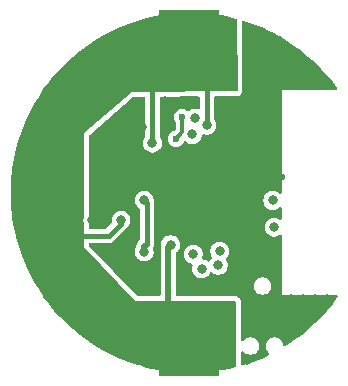
<source format=gbl>
G04 #@! TF.GenerationSoftware,KiCad,Pcbnew,9.0.0*
G04 #@! TF.CreationDate,2025-04-18T11:45:22+02:00*
G04 #@! TF.ProjectId,WakeBand,57616b65-4261-46e6-942e-6b696361645f,rev?*
G04 #@! TF.SameCoordinates,Original*
G04 #@! TF.FileFunction,Copper,L2,Bot*
G04 #@! TF.FilePolarity,Positive*
%FSLAX46Y46*%
G04 Gerber Fmt 4.6, Leading zero omitted, Abs format (unit mm)*
G04 Created by KiCad (PCBNEW 9.0.0) date 2025-04-18 11:45:22*
%MOMM*%
%LPD*%
G01*
G04 APERTURE LIST*
G04 #@! TA.AperFunction,Conductor*
%ADD10C,0.200000*%
G04 #@! TD*
G04 #@! TA.AperFunction,SMDPad,CuDef*
%ADD11R,5.200000X5.200000*%
G04 #@! TD*
G04 #@! TA.AperFunction,SMDPad,CuDef*
%ADD12R,4.000000X4.000000*%
G04 #@! TD*
G04 #@! TA.AperFunction,ViaPad*
%ADD13C,0.800000*%
G04 #@! TD*
G04 #@! TA.AperFunction,ViaPad*
%ADD14C,0.600000*%
G04 #@! TD*
G04 #@! TA.AperFunction,ViaPad*
%ADD15C,1.200000*%
G04 #@! TD*
G04 #@! TA.AperFunction,Conductor*
%ADD16C,0.300000*%
G04 #@! TD*
G04 #@! TA.AperFunction,Conductor*
%ADD17C,0.500000*%
G04 #@! TD*
G04 #@! TA.AperFunction,Conductor*
%ADD18C,0.400000*%
G04 #@! TD*
G04 APERTURE END LIST*
D10*
X249800000Y-111100000D02*
X243800000Y-111100000D01*
X243800000Y-105100000D01*
X249800000Y-105100000D01*
X249800000Y-111100000D01*
G04 #@! TA.AperFunction,Conductor*
G36*
X249800000Y-111100000D02*
G01*
X243800000Y-111100000D01*
X243800000Y-105100000D01*
X249800000Y-105100000D01*
X249800000Y-111100000D01*
G37*
G04 #@! TD.AperFunction*
D11*
X246690000Y-95170000D03*
X246690000Y-121070000D03*
D12*
X246690000Y-108120000D03*
D13*
X251950000Y-94500000D03*
X255300000Y-117100000D03*
X253800000Y-96050000D03*
X240600000Y-105890000D03*
X241250000Y-113200000D03*
X251770000Y-113410000D03*
D14*
X254490000Y-106790000D03*
D13*
X256300000Y-98900000D03*
D15*
X245270000Y-106730000D03*
X248300000Y-106700000D03*
D13*
X257300000Y-98900000D03*
D15*
X246820000Y-109490000D03*
D13*
X251530000Y-122220000D03*
X257300000Y-117100000D03*
D15*
X245310000Y-108150000D03*
X246780000Y-106690000D03*
X248350000Y-108150000D03*
X246800000Y-108100000D03*
D13*
X258300000Y-117100000D03*
X244600000Y-100360000D03*
X255100000Y-96150000D03*
X238420000Y-110410000D03*
D14*
X251370000Y-102870000D03*
D13*
X255300000Y-98900000D03*
D14*
X252450000Y-106010000D03*
D13*
X256300000Y-117100000D03*
D14*
X249460000Y-101240000D03*
D13*
X239690000Y-113180000D03*
X255300000Y-119780000D03*
X254300000Y-98900000D03*
X239510000Y-104430000D03*
D15*
X245330000Y-109470000D03*
D13*
X242650000Y-102550000D03*
X258300000Y-98900000D03*
D15*
X248230000Y-109500000D03*
D13*
X247020000Y-113290000D03*
X247130000Y-101770000D03*
X250090000Y-117940000D03*
D15*
X234200000Y-115100000D03*
X232750000Y-111650000D03*
D13*
X245090000Y-112490000D03*
X240900000Y-110400000D03*
X243560000Y-103880000D03*
X248160000Y-102370000D03*
X253740000Y-108740000D03*
D14*
X246090000Y-101680000D03*
X245550000Y-103500000D03*
D13*
X246930000Y-103150000D03*
X253850000Y-110990000D03*
X249140000Y-114230000D03*
X249250000Y-113030000D03*
X247720000Y-114510000D03*
X242860000Y-113100000D03*
X242850000Y-108700000D03*
D16*
X253710000Y-106010000D02*
X252450000Y-106010000D01*
D17*
X249460000Y-101240000D02*
X249460000Y-105270000D01*
X240600000Y-105890000D02*
X244590000Y-105890000D01*
D18*
X240600000Y-104600000D02*
X242650000Y-102550000D01*
D16*
X249720000Y-100980000D02*
X249460000Y-101240000D01*
D17*
X250360000Y-108100000D02*
X246800000Y-108100000D01*
X238420000Y-110410000D02*
X238420000Y-108070000D01*
X244650000Y-106380000D02*
X246860000Y-108590000D01*
X251140000Y-113410000D02*
X248170000Y-110440000D01*
X251770000Y-113410000D02*
X251140000Y-113410000D01*
D16*
X254490000Y-106790000D02*
X253710000Y-106010000D01*
D17*
X252450000Y-106010000D02*
X250360000Y-108100000D01*
D18*
X240600000Y-105890000D02*
X240600000Y-104600000D01*
D17*
X238420000Y-108070000D02*
X240600000Y-105890000D01*
D18*
X240900000Y-110700000D02*
X239860000Y-111740000D01*
D17*
X244910000Y-117380000D02*
X245470000Y-117940000D01*
X244910000Y-112670000D02*
X244910000Y-117380000D01*
D18*
X239860000Y-111740000D02*
X236780000Y-111740000D01*
X236780000Y-111740000D02*
X236770000Y-111730000D01*
D17*
X245090000Y-112490000D02*
X244910000Y-112670000D01*
X245470000Y-117940000D02*
X250090000Y-117940000D01*
D18*
X248160000Y-99260000D02*
X247820000Y-98920000D01*
X240900000Y-110400000D02*
X240900000Y-110700000D01*
X243560000Y-99180000D02*
X243550000Y-99170000D01*
X243560000Y-103880000D02*
X243560000Y-99180000D01*
X248160000Y-102370000D02*
X248160000Y-99260000D01*
D16*
X246090000Y-102960000D02*
X246090000Y-101680000D01*
X245550000Y-103500000D02*
X246090000Y-102960000D01*
D17*
X242850000Y-112630000D02*
X242860000Y-112640000D01*
X242860000Y-112640000D02*
X242860000Y-113100000D01*
D18*
X243090000Y-108940000D02*
X243090000Y-112390000D01*
D17*
X242850000Y-108700000D02*
X242760000Y-108610000D01*
D18*
X242850000Y-108700000D02*
X243090000Y-108940000D01*
X243090000Y-112390000D02*
X242850000Y-112630000D01*
G04 #@! TA.AperFunction,Conductor*
G36*
X251302136Y-93534822D02*
G01*
X251580600Y-93619293D01*
X251586364Y-93621198D01*
X252285349Y-93871299D01*
X252291012Y-93873483D01*
X252976919Y-94157595D01*
X252982462Y-94160051D01*
X253419111Y-94366571D01*
X253653608Y-94477480D01*
X253659044Y-94480217D01*
X254313763Y-94830171D01*
X254319053Y-94833167D01*
X254955857Y-95214854D01*
X254960951Y-95218080D01*
X255578249Y-95630544D01*
X255583225Y-95634048D01*
X256179536Y-96076303D01*
X256184334Y-96080048D01*
X256758207Y-96551014D01*
X256762815Y-96554989D01*
X257312896Y-97053552D01*
X257317304Y-97057749D01*
X257842250Y-97582695D01*
X257846447Y-97587103D01*
X258345010Y-98137184D01*
X258348985Y-98141792D01*
X258819951Y-98715665D01*
X258823696Y-98720463D01*
X259196611Y-99223280D01*
X259220735Y-99288852D01*
X259205579Y-99357058D01*
X259155954Y-99406242D01*
X259096436Y-99421145D01*
X254573252Y-99400108D01*
X254550000Y-99400000D01*
X254549999Y-99400000D01*
X254546818Y-100402212D01*
X254526921Y-100469188D01*
X254510501Y-100489498D01*
X254500000Y-100499999D01*
X254500000Y-108068559D01*
X254480315Y-108135598D01*
X254427511Y-108181353D01*
X254358353Y-108191297D01*
X254294797Y-108162272D01*
X254288319Y-108156240D01*
X254250292Y-108118213D01*
X254250288Y-108118210D01*
X254119185Y-108030609D01*
X254119172Y-108030602D01*
X253973501Y-107970264D01*
X253973489Y-107970261D01*
X253818845Y-107939500D01*
X253818842Y-107939500D01*
X253661158Y-107939500D01*
X253661155Y-107939500D01*
X253506510Y-107970261D01*
X253506498Y-107970264D01*
X253360827Y-108030602D01*
X253360814Y-108030609D01*
X253229711Y-108118210D01*
X253229707Y-108118213D01*
X253118213Y-108229707D01*
X253118210Y-108229711D01*
X253030609Y-108360814D01*
X253030602Y-108360827D01*
X252970264Y-108506498D01*
X252970261Y-108506510D01*
X252939500Y-108661153D01*
X252939500Y-108818846D01*
X252970261Y-108973489D01*
X252970264Y-108973501D01*
X253030602Y-109119172D01*
X253030609Y-109119185D01*
X253118210Y-109250288D01*
X253118213Y-109250292D01*
X253229707Y-109361786D01*
X253229711Y-109361789D01*
X253360814Y-109449390D01*
X253360827Y-109449397D01*
X253506498Y-109509735D01*
X253506503Y-109509737D01*
X253661153Y-109540499D01*
X253661156Y-109540500D01*
X253661158Y-109540500D01*
X253818844Y-109540500D01*
X253818845Y-109540499D01*
X253973497Y-109509737D01*
X254119179Y-109449394D01*
X254250289Y-109361789D01*
X254250292Y-109361786D01*
X254288319Y-109323760D01*
X254349642Y-109290275D01*
X254419334Y-109295259D01*
X254475267Y-109337131D01*
X254499684Y-109402595D01*
X254500000Y-109411441D01*
X254500000Y-110229574D01*
X254480315Y-110296613D01*
X254427511Y-110342368D01*
X254358353Y-110352312D01*
X254307110Y-110332677D01*
X254229183Y-110280608D01*
X254229172Y-110280602D01*
X254083501Y-110220264D01*
X254083489Y-110220261D01*
X253928845Y-110189500D01*
X253928842Y-110189500D01*
X253771158Y-110189500D01*
X253771155Y-110189500D01*
X253616510Y-110220261D01*
X253616498Y-110220264D01*
X253470827Y-110280602D01*
X253470814Y-110280609D01*
X253339711Y-110368210D01*
X253339707Y-110368213D01*
X253228213Y-110479707D01*
X253228210Y-110479711D01*
X253140609Y-110610814D01*
X253140602Y-110610827D01*
X253080264Y-110756498D01*
X253080261Y-110756510D01*
X253049500Y-110911153D01*
X253049500Y-111068846D01*
X253080261Y-111223489D01*
X253080264Y-111223501D01*
X253140602Y-111369172D01*
X253140609Y-111369185D01*
X253228210Y-111500288D01*
X253228213Y-111500292D01*
X253339707Y-111611786D01*
X253339711Y-111611789D01*
X253470814Y-111699390D01*
X253470827Y-111699397D01*
X253616498Y-111759735D01*
X253616503Y-111759737D01*
X253771153Y-111790499D01*
X253771156Y-111790500D01*
X253771158Y-111790500D01*
X253928844Y-111790500D01*
X253928845Y-111790499D01*
X254083497Y-111759737D01*
X254229179Y-111699394D01*
X254307109Y-111647323D01*
X254373786Y-111626445D01*
X254441166Y-111644929D01*
X254487857Y-111696908D01*
X254500000Y-111750425D01*
X254500000Y-116000000D01*
X254500000Y-116750000D01*
X259118412Y-116750000D01*
X259185451Y-116769685D01*
X259231206Y-116822489D01*
X259241150Y-116891647D01*
X259218010Y-116947867D01*
X258823696Y-117479536D01*
X258819951Y-117484334D01*
X258348985Y-118058207D01*
X258345010Y-118062815D01*
X257846447Y-118612896D01*
X257842250Y-118617304D01*
X257317304Y-119142250D01*
X257312896Y-119146447D01*
X256762815Y-119645010D01*
X256758207Y-119648985D01*
X256184334Y-120119951D01*
X256179536Y-120123696D01*
X255583225Y-120565951D01*
X255578249Y-120569455D01*
X254960975Y-120981904D01*
X254955838Y-120985156D01*
X254953523Y-120986545D01*
X254817087Y-121068321D01*
X254749466Y-121085901D01*
X254683074Y-121064133D01*
X254638991Y-121009925D01*
X254631723Y-120986159D01*
X254603140Y-120842458D01*
X254546920Y-120706731D01*
X254546919Y-120706730D01*
X254546916Y-120706724D01*
X254465301Y-120584580D01*
X254465298Y-120584576D01*
X254361423Y-120480701D01*
X254361419Y-120480698D01*
X254239275Y-120399083D01*
X254239266Y-120399078D01*
X254103544Y-120342861D01*
X254103545Y-120342861D01*
X254103542Y-120342860D01*
X254103538Y-120342859D01*
X254103534Y-120342858D01*
X253959459Y-120314200D01*
X253959455Y-120314200D01*
X253812545Y-120314200D01*
X253812540Y-120314200D01*
X253668465Y-120342858D01*
X253668455Y-120342861D01*
X253532733Y-120399078D01*
X253532724Y-120399083D01*
X253410580Y-120480698D01*
X253410576Y-120480701D01*
X253306701Y-120584576D01*
X253306698Y-120584580D01*
X253225083Y-120706724D01*
X253225078Y-120706733D01*
X253168861Y-120842455D01*
X253168858Y-120842465D01*
X253140200Y-120986540D01*
X253140200Y-121133459D01*
X253168858Y-121277534D01*
X253168861Y-121277544D01*
X253225078Y-121413266D01*
X253225083Y-121413275D01*
X253306698Y-121535419D01*
X253306701Y-121535423D01*
X253410574Y-121639296D01*
X253412386Y-121640783D01*
X253413080Y-121641802D01*
X253414887Y-121643609D01*
X253414544Y-121643951D01*
X253451724Y-121698526D01*
X253453599Y-121768371D01*
X253417415Y-121828141D01*
X253386744Y-121848736D01*
X252982472Y-122039943D01*
X252976908Y-122042409D01*
X252291020Y-122326513D01*
X252285341Y-122328703D01*
X251586372Y-122578798D01*
X251580593Y-122580708D01*
X251205495Y-122694493D01*
X251135628Y-122695116D01*
X251076516Y-122657868D01*
X251046925Y-122594574D01*
X251045500Y-122575832D01*
X251045500Y-121601173D01*
X251065185Y-121534134D01*
X251117989Y-121488379D01*
X251187147Y-121478435D01*
X251250703Y-121507460D01*
X251272603Y-121532283D01*
X251274700Y-121535422D01*
X251378576Y-121639298D01*
X251378580Y-121639301D01*
X251500724Y-121720916D01*
X251500730Y-121720919D01*
X251500731Y-121720920D01*
X251636458Y-121777140D01*
X251780540Y-121805799D01*
X251780544Y-121805800D01*
X251780545Y-121805800D01*
X251927456Y-121805800D01*
X251927457Y-121805799D01*
X252071542Y-121777140D01*
X252207269Y-121720920D01*
X252329420Y-121639301D01*
X252433301Y-121535420D01*
X252514920Y-121413269D01*
X252571140Y-121277542D01*
X252599800Y-121133455D01*
X252599800Y-120986545D01*
X252571140Y-120842458D01*
X252514920Y-120706731D01*
X252514919Y-120706730D01*
X252514916Y-120706724D01*
X252433301Y-120584580D01*
X252433298Y-120584576D01*
X252329423Y-120480701D01*
X252329419Y-120480698D01*
X252207275Y-120399083D01*
X252207266Y-120399078D01*
X252071544Y-120342861D01*
X252071545Y-120342861D01*
X252071542Y-120342860D01*
X252071538Y-120342859D01*
X252071534Y-120342858D01*
X251927459Y-120314200D01*
X251927455Y-120314200D01*
X251780545Y-120314200D01*
X251780540Y-120314200D01*
X251636465Y-120342858D01*
X251636455Y-120342861D01*
X251500733Y-120399078D01*
X251500724Y-120399083D01*
X251378580Y-120480698D01*
X251378576Y-120480701D01*
X251274701Y-120584576D01*
X251274698Y-120584580D01*
X251272599Y-120587722D01*
X251271075Y-120588995D01*
X251270835Y-120589288D01*
X251270779Y-120589242D01*
X251218984Y-120632524D01*
X251149659Y-120641228D01*
X251086633Y-120611070D01*
X251049917Y-120551626D01*
X251045500Y-120518826D01*
X251045500Y-117347486D01*
X251036101Y-117260688D01*
X251024738Y-117208833D01*
X251001669Y-117136642D01*
X250934281Y-117029150D01*
X250888365Y-116976486D01*
X250810581Y-116907542D01*
X250753696Y-116880787D01*
X250695780Y-116853547D01*
X250695772Y-116853544D01*
X250628679Y-116834066D01*
X250628682Y-116834066D01*
X250514380Y-116817988D01*
X245684878Y-116832711D01*
X245617779Y-116813231D01*
X245571863Y-116760567D01*
X245560500Y-116708712D01*
X245560500Y-115906540D01*
X252124200Y-115906540D01*
X252124200Y-116053459D01*
X252152858Y-116197534D01*
X252152861Y-116197544D01*
X252209078Y-116333266D01*
X252209083Y-116333275D01*
X252290698Y-116455419D01*
X252290701Y-116455423D01*
X252394576Y-116559298D01*
X252394580Y-116559301D01*
X252516724Y-116640916D01*
X252516730Y-116640919D01*
X252516731Y-116640920D01*
X252652458Y-116697140D01*
X252796540Y-116725799D01*
X252796544Y-116725800D01*
X252796545Y-116725800D01*
X252943456Y-116725800D01*
X252943457Y-116725799D01*
X253087542Y-116697140D01*
X253223269Y-116640920D01*
X253345420Y-116559301D01*
X253449301Y-116455420D01*
X253530920Y-116333269D01*
X253587140Y-116197542D01*
X253615800Y-116053455D01*
X253615800Y-115906545D01*
X253587140Y-115762458D01*
X253530920Y-115626731D01*
X253530919Y-115626730D01*
X253530916Y-115626724D01*
X253449301Y-115504580D01*
X253449298Y-115504576D01*
X253345423Y-115400701D01*
X253345419Y-115400698D01*
X253223275Y-115319083D01*
X253223266Y-115319078D01*
X253087544Y-115262861D01*
X253087545Y-115262861D01*
X253087542Y-115262860D01*
X253087538Y-115262859D01*
X253087534Y-115262858D01*
X252943459Y-115234200D01*
X252943455Y-115234200D01*
X252796545Y-115234200D01*
X252796540Y-115234200D01*
X252652465Y-115262858D01*
X252652455Y-115262861D01*
X252516733Y-115319078D01*
X252516724Y-115319083D01*
X252394580Y-115400698D01*
X252394576Y-115400701D01*
X252290701Y-115504576D01*
X252290698Y-115504580D01*
X252209083Y-115626724D01*
X252209078Y-115626733D01*
X252152861Y-115762455D01*
X252152858Y-115762465D01*
X252124200Y-115906540D01*
X245560500Y-115906540D01*
X245560500Y-113211153D01*
X246219500Y-113211153D01*
X246219500Y-113368846D01*
X246250261Y-113523489D01*
X246250264Y-113523501D01*
X246310602Y-113669172D01*
X246310609Y-113669185D01*
X246398210Y-113800288D01*
X246398213Y-113800292D01*
X246509707Y-113911786D01*
X246509711Y-113911789D01*
X246640814Y-113999390D01*
X246640827Y-113999397D01*
X246786498Y-114059735D01*
X246786503Y-114059737D01*
X246825187Y-114067431D01*
X246872558Y-114076855D01*
X246934469Y-114109240D01*
X246969043Y-114169956D01*
X246965304Y-114239725D01*
X246962929Y-114245922D01*
X246950264Y-114276498D01*
X246950261Y-114276510D01*
X246919500Y-114431153D01*
X246919500Y-114588846D01*
X246950261Y-114743489D01*
X246950264Y-114743501D01*
X247010602Y-114889172D01*
X247010609Y-114889185D01*
X247098210Y-115020288D01*
X247098213Y-115020292D01*
X247209707Y-115131786D01*
X247209711Y-115131789D01*
X247340814Y-115219390D01*
X247340827Y-115219397D01*
X247445753Y-115262858D01*
X247486503Y-115279737D01*
X247641153Y-115310499D01*
X247641156Y-115310500D01*
X247641158Y-115310500D01*
X247798844Y-115310500D01*
X247798845Y-115310499D01*
X247953497Y-115279737D01*
X248099179Y-115219394D01*
X248230289Y-115131789D01*
X248341789Y-115020289D01*
X248429394Y-114889179D01*
X248429396Y-114889172D01*
X248432264Y-114883809D01*
X248434213Y-114884851D01*
X248471796Y-114838174D01*
X248538081Y-114816081D01*
X248605787Y-114833331D01*
X248624837Y-114848123D01*
X248625001Y-114847924D01*
X248629711Y-114851789D01*
X248760814Y-114939390D01*
X248760827Y-114939397D01*
X248906498Y-114999735D01*
X248906503Y-114999737D01*
X249061153Y-115030499D01*
X249061156Y-115030500D01*
X249061158Y-115030500D01*
X249218844Y-115030500D01*
X249218845Y-115030499D01*
X249373497Y-114999737D01*
X249519179Y-114939394D01*
X249650289Y-114851789D01*
X249761789Y-114740289D01*
X249849394Y-114609179D01*
X249909737Y-114463497D01*
X249940500Y-114308842D01*
X249940500Y-114151158D01*
X249940500Y-114151155D01*
X249940499Y-114151153D01*
X249922315Y-114059737D01*
X249909737Y-113996503D01*
X249890573Y-113950236D01*
X249849397Y-113850827D01*
X249849390Y-113850814D01*
X249790520Y-113762709D01*
X249769642Y-113696031D01*
X249788127Y-113628651D01*
X249805937Y-113606140D01*
X249871789Y-113540289D01*
X249959394Y-113409179D01*
X250019737Y-113263497D01*
X250050500Y-113108842D01*
X250050500Y-112951158D01*
X250050500Y-112951155D01*
X250050499Y-112951153D01*
X250019738Y-112796510D01*
X250019737Y-112796503D01*
X250012780Y-112779707D01*
X249959397Y-112650827D01*
X249959390Y-112650814D01*
X249871789Y-112519711D01*
X249871786Y-112519707D01*
X249760292Y-112408213D01*
X249760288Y-112408210D01*
X249629185Y-112320609D01*
X249629172Y-112320602D01*
X249483501Y-112260264D01*
X249483489Y-112260261D01*
X249328845Y-112229500D01*
X249328842Y-112229500D01*
X249171158Y-112229500D01*
X249171155Y-112229500D01*
X249016510Y-112260261D01*
X249016498Y-112260264D01*
X248870827Y-112320602D01*
X248870814Y-112320609D01*
X248739711Y-112408210D01*
X248739707Y-112408213D01*
X248628213Y-112519707D01*
X248628210Y-112519711D01*
X248540609Y-112650814D01*
X248540602Y-112650827D01*
X248480264Y-112796498D01*
X248480261Y-112796510D01*
X248449500Y-112951153D01*
X248449500Y-113108846D01*
X248480261Y-113263489D01*
X248480264Y-113263501D01*
X248540602Y-113409172D01*
X248540609Y-113409185D01*
X248599479Y-113497290D01*
X248620357Y-113563968D01*
X248601872Y-113631348D01*
X248584059Y-113653862D01*
X248518210Y-113719711D01*
X248430609Y-113850814D01*
X248427736Y-113856191D01*
X248425797Y-113855154D01*
X248388149Y-113901863D01*
X248321852Y-113923920D01*
X248254155Y-113906634D01*
X248235161Y-113891877D01*
X248234999Y-113892076D01*
X248230288Y-113888210D01*
X248099185Y-113800609D01*
X248099172Y-113800602D01*
X247953501Y-113740264D01*
X247953491Y-113740261D01*
X247867440Y-113723144D01*
X247805529Y-113690758D01*
X247770955Y-113630042D01*
X247774696Y-113560273D01*
X247777057Y-113554108D01*
X247789737Y-113523497D01*
X247820500Y-113368842D01*
X247820500Y-113211158D01*
X247820500Y-113211155D01*
X247820499Y-113211153D01*
X247806022Y-113138375D01*
X247789737Y-113056503D01*
X247775097Y-113021158D01*
X247729397Y-112910827D01*
X247729390Y-112910814D01*
X247641789Y-112779711D01*
X247641786Y-112779707D01*
X247530292Y-112668213D01*
X247530288Y-112668210D01*
X247399185Y-112580609D01*
X247399172Y-112580602D01*
X247253501Y-112520264D01*
X247253489Y-112520261D01*
X247098845Y-112489500D01*
X247098842Y-112489500D01*
X246941158Y-112489500D01*
X246941155Y-112489500D01*
X246786510Y-112520261D01*
X246786498Y-112520264D01*
X246640827Y-112580602D01*
X246640814Y-112580609D01*
X246509711Y-112668210D01*
X246509707Y-112668213D01*
X246398213Y-112779707D01*
X246398210Y-112779711D01*
X246310609Y-112910814D01*
X246310602Y-112910827D01*
X246250264Y-113056498D01*
X246250261Y-113056510D01*
X246219500Y-113211153D01*
X245560500Y-113211153D01*
X245560500Y-113202941D01*
X245580185Y-113135902D01*
X245596819Y-113115260D01*
X245711786Y-113000292D01*
X245711789Y-113000289D01*
X245799394Y-112869179D01*
X245800503Y-112866503D01*
X245813067Y-112836166D01*
X245859737Y-112723497D01*
X245890500Y-112568842D01*
X245890500Y-112411158D01*
X245890500Y-112411155D01*
X245890499Y-112411153D01*
X245887646Y-112396809D01*
X245859737Y-112256503D01*
X245848552Y-112229500D01*
X245799397Y-112110827D01*
X245799390Y-112110814D01*
X245711789Y-111979711D01*
X245711786Y-111979707D01*
X245600292Y-111868213D01*
X245600288Y-111868210D01*
X245469185Y-111780609D01*
X245469172Y-111780602D01*
X245323501Y-111720264D01*
X245323489Y-111720261D01*
X245168845Y-111689500D01*
X245168842Y-111689500D01*
X245011158Y-111689500D01*
X245011155Y-111689500D01*
X244856510Y-111720261D01*
X244856498Y-111720264D01*
X244710827Y-111780602D01*
X244710814Y-111780609D01*
X244579711Y-111868210D01*
X244579707Y-111868213D01*
X244468213Y-111979707D01*
X244468210Y-111979711D01*
X244380609Y-112110814D01*
X244380602Y-112110827D01*
X244320264Y-112256498D01*
X244320261Y-112256510D01*
X244289500Y-112411153D01*
X244289500Y-112445375D01*
X244285226Y-112474190D01*
X244285687Y-112474282D01*
X244259500Y-112605928D01*
X244259500Y-116713435D01*
X244239815Y-116780474D01*
X244187011Y-116826229D01*
X244135878Y-116837434D01*
X242329267Y-116842943D01*
X242262168Y-116823463D01*
X242239406Y-116804785D01*
X238181334Y-112574311D01*
X238167588Y-112547844D01*
X238151628Y-112522664D01*
X238150590Y-112515113D01*
X238149133Y-112512307D01*
X238146823Y-112487708D01*
X238146973Y-112463724D01*
X238167077Y-112396809D01*
X238220166Y-112351386D01*
X238270971Y-112340500D01*
X239773331Y-112340500D01*
X239773347Y-112340501D01*
X239780943Y-112340501D01*
X239939054Y-112340501D01*
X239939057Y-112340501D01*
X240091785Y-112299577D01*
X240166391Y-112256503D01*
X240228716Y-112220520D01*
X240340520Y-112108716D01*
X240340520Y-112108714D01*
X240350724Y-112098511D01*
X240350728Y-112098506D01*
X241268713Y-111180521D01*
X241268716Y-111180520D01*
X241380520Y-111068716D01*
X241402329Y-111030938D01*
X241411081Y-111021231D01*
X241412687Y-111020242D01*
X241415497Y-111016580D01*
X241521789Y-110910289D01*
X241609394Y-110779179D01*
X241669737Y-110633497D01*
X241700500Y-110478842D01*
X241700500Y-110321158D01*
X241700500Y-110321155D01*
X241700499Y-110321153D01*
X241684265Y-110239540D01*
X241669737Y-110166503D01*
X241637980Y-110089834D01*
X241609397Y-110020827D01*
X241609390Y-110020814D01*
X241521789Y-109889711D01*
X241521786Y-109889707D01*
X241410292Y-109778213D01*
X241410288Y-109778210D01*
X241279185Y-109690609D01*
X241279172Y-109690602D01*
X241133501Y-109630264D01*
X241133489Y-109630261D01*
X240978845Y-109599500D01*
X240978842Y-109599500D01*
X240821158Y-109599500D01*
X240821155Y-109599500D01*
X240666510Y-109630261D01*
X240666498Y-109630264D01*
X240520827Y-109690602D01*
X240520814Y-109690609D01*
X240389711Y-109778210D01*
X240389707Y-109778213D01*
X240278213Y-109889707D01*
X240278210Y-109889711D01*
X240190609Y-110020814D01*
X240190602Y-110020827D01*
X240130264Y-110166498D01*
X240130261Y-110166510D01*
X240099500Y-110321153D01*
X240099500Y-110321158D01*
X240099500Y-110478842D01*
X240099501Y-110478846D01*
X240115176Y-110557653D01*
X240108947Y-110627244D01*
X240081239Y-110669524D01*
X239647584Y-111103181D01*
X239586261Y-111136666D01*
X239559903Y-111139500D01*
X238279961Y-111139500D01*
X238212922Y-111119815D01*
X238167167Y-111067011D01*
X238155963Y-111014731D01*
X238156605Y-110911158D01*
X238158184Y-110656693D01*
X238153990Y-110595950D01*
X238148658Y-110559202D01*
X238143348Y-110535369D01*
X238144128Y-110535214D01*
X238127251Y-110450373D01*
X238127119Y-110449667D01*
X238127184Y-110449018D01*
X238125000Y-110426843D01*
X238125000Y-110393156D01*
X238127383Y-110368965D01*
X238130696Y-110352312D01*
X238144128Y-110284782D01*
X238144127Y-110284781D01*
X238146735Y-110271675D01*
X238146809Y-110271304D01*
X238147112Y-110269804D01*
X238153230Y-110239528D01*
X238155218Y-110220263D01*
X238161255Y-110161737D01*
X238161255Y-110161736D01*
X238161256Y-110161727D01*
X238170815Y-108621153D01*
X242049500Y-108621153D01*
X242049500Y-108778846D01*
X242080261Y-108933489D01*
X242080264Y-108933501D01*
X242140602Y-109079172D01*
X242140609Y-109079185D01*
X242228210Y-109210288D01*
X242228213Y-109210292D01*
X242339707Y-109321786D01*
X242339715Y-109321792D01*
X242434390Y-109385052D01*
X242479196Y-109438664D01*
X242489500Y-109488154D01*
X242489500Y-112022248D01*
X242469815Y-112089287D01*
X242439477Y-112120175D01*
X242440039Y-112120859D01*
X242435327Y-112124725D01*
X242344726Y-112215326D01*
X242273534Y-112321874D01*
X242224499Y-112440255D01*
X242224497Y-112440263D01*
X242199501Y-112565926D01*
X242199501Y-112610029D01*
X242179816Y-112677068D01*
X242178604Y-112678919D01*
X242150608Y-112720817D01*
X242150602Y-112720828D01*
X242090264Y-112866498D01*
X242090261Y-112866510D01*
X242059500Y-113021153D01*
X242059500Y-113178846D01*
X242090261Y-113333489D01*
X242090264Y-113333501D01*
X242150602Y-113479172D01*
X242150609Y-113479185D01*
X242238210Y-113610288D01*
X242238213Y-113610292D01*
X242349707Y-113721786D01*
X242349711Y-113721789D01*
X242480814Y-113809390D01*
X242480827Y-113809397D01*
X242626498Y-113869735D01*
X242626503Y-113869737D01*
X242781153Y-113900499D01*
X242781156Y-113900500D01*
X242781158Y-113900500D01*
X242938844Y-113900500D01*
X242938845Y-113900499D01*
X243093497Y-113869737D01*
X243239179Y-113809394D01*
X243370289Y-113721789D01*
X243481789Y-113610289D01*
X243569394Y-113479179D01*
X243629737Y-113333497D01*
X243660500Y-113178842D01*
X243660500Y-113021158D01*
X243660500Y-113021155D01*
X243660499Y-113021153D01*
X243646575Y-112951153D01*
X243629737Y-112866503D01*
X243602403Y-112800515D01*
X243594935Y-112731048D01*
X243609579Y-112691062D01*
X243632999Y-112650499D01*
X243635717Y-112645790D01*
X243649577Y-112621785D01*
X243690500Y-112469058D01*
X243690500Y-112310943D01*
X243690500Y-108860943D01*
X243654725Y-108727428D01*
X243650500Y-108695335D01*
X243650500Y-108621155D01*
X243650499Y-108621153D01*
X243627695Y-108506510D01*
X243619737Y-108466503D01*
X243575965Y-108360827D01*
X243559397Y-108320827D01*
X243559390Y-108320814D01*
X243471789Y-108189711D01*
X243471786Y-108189707D01*
X243360292Y-108078213D01*
X243360288Y-108078210D01*
X243229185Y-107990609D01*
X243229172Y-107990602D01*
X243083501Y-107930264D01*
X243083489Y-107930261D01*
X242928845Y-107899500D01*
X242928842Y-107899500D01*
X242771158Y-107899500D01*
X242771155Y-107899500D01*
X242616510Y-107930261D01*
X242616498Y-107930264D01*
X242470827Y-107990602D01*
X242470814Y-107990609D01*
X242339711Y-108078210D01*
X242339707Y-108078213D01*
X242228213Y-108189707D01*
X242228210Y-108189711D01*
X242140609Y-108320814D01*
X242140602Y-108320827D01*
X242080264Y-108466498D01*
X242080261Y-108466510D01*
X242049500Y-108621153D01*
X238170815Y-108621153D01*
X238204002Y-103272493D01*
X238224103Y-103205579D01*
X238246839Y-103179515D01*
X241937466Y-99984643D01*
X242001032Y-99955651D01*
X242017913Y-99954400D01*
X242834809Y-99949835D01*
X242901956Y-99969145D01*
X242948005Y-100021692D01*
X242959500Y-100073833D01*
X242959500Y-103300234D01*
X242939815Y-103367273D01*
X242938602Y-103369125D01*
X242850609Y-103500814D01*
X242850602Y-103500827D01*
X242790264Y-103646498D01*
X242790261Y-103646510D01*
X242759500Y-103801153D01*
X242759500Y-103958846D01*
X242790261Y-104113489D01*
X242790264Y-104113501D01*
X242850602Y-104259172D01*
X242850609Y-104259185D01*
X242938210Y-104390288D01*
X242938213Y-104390292D01*
X243049707Y-104501786D01*
X243049711Y-104501789D01*
X243180814Y-104589390D01*
X243180827Y-104589397D01*
X243326498Y-104649735D01*
X243326503Y-104649737D01*
X243481153Y-104680499D01*
X243481156Y-104680500D01*
X243481158Y-104680500D01*
X243638844Y-104680500D01*
X243638845Y-104680499D01*
X243793497Y-104649737D01*
X243939179Y-104589394D01*
X244070289Y-104501789D01*
X244181789Y-104390289D01*
X244269394Y-104259179D01*
X244329737Y-104113497D01*
X244360500Y-103958842D01*
X244360500Y-103801158D01*
X244360500Y-103801155D01*
X244360499Y-103801153D01*
X244354658Y-103771789D01*
X244329737Y-103646503D01*
X244329735Y-103646498D01*
X244269397Y-103500827D01*
X244269390Y-103500814D01*
X244181398Y-103369125D01*
X244160520Y-103302447D01*
X244160500Y-103300234D01*
X244160500Y-100065739D01*
X244180185Y-99998700D01*
X244232989Y-99952945D01*
X244283806Y-99941741D01*
X247434809Y-99924137D01*
X247501956Y-99943447D01*
X247548005Y-99995994D01*
X247559500Y-100048135D01*
X247559500Y-100895871D01*
X247539815Y-100962910D01*
X247487011Y-101008665D01*
X247417853Y-101018609D01*
X247388048Y-101010432D01*
X247363501Y-101000264D01*
X247363489Y-101000261D01*
X247208845Y-100969500D01*
X247208842Y-100969500D01*
X247051158Y-100969500D01*
X247051155Y-100969500D01*
X246896510Y-101000261D01*
X246896498Y-101000264D01*
X246750827Y-101060602D01*
X246750809Y-101060612D01*
X246656239Y-101123802D01*
X246589562Y-101144680D01*
X246522182Y-101126195D01*
X246518458Y-101123802D01*
X246421817Y-101059228D01*
X246421804Y-101059221D01*
X246294332Y-101006421D01*
X246294322Y-101006418D01*
X246158995Y-100979500D01*
X246158993Y-100979500D01*
X246021007Y-100979500D01*
X246021005Y-100979500D01*
X245885677Y-101006418D01*
X245885667Y-101006421D01*
X245758195Y-101059221D01*
X245758182Y-101059228D01*
X245643458Y-101135885D01*
X245643454Y-101135888D01*
X245545888Y-101233454D01*
X245545885Y-101233458D01*
X245469228Y-101348182D01*
X245469221Y-101348195D01*
X245416421Y-101475667D01*
X245416418Y-101475677D01*
X245389500Y-101611004D01*
X245389500Y-101611007D01*
X245389500Y-101748993D01*
X245389500Y-101748995D01*
X245389499Y-101748995D01*
X245416418Y-101884322D01*
X245416421Y-101884332D01*
X245469222Y-102011806D01*
X245469223Y-102011807D01*
X245469225Y-102011811D01*
X245518602Y-102085708D01*
X245539480Y-102152385D01*
X245539500Y-102154599D01*
X245539500Y-102680611D01*
X245530855Y-102710051D01*
X245524328Y-102740046D01*
X245520576Y-102745056D01*
X245519815Y-102747650D01*
X245503175Y-102768299D01*
X245496322Y-102775151D01*
X245434996Y-102808631D01*
X245432840Y-102809080D01*
X245345676Y-102826419D01*
X245345667Y-102826421D01*
X245218195Y-102879221D01*
X245218182Y-102879228D01*
X245103458Y-102955885D01*
X245103454Y-102955888D01*
X245005888Y-103053454D01*
X245005885Y-103053458D01*
X244929228Y-103168182D01*
X244929221Y-103168195D01*
X244876421Y-103295667D01*
X244876418Y-103295677D01*
X244849500Y-103431004D01*
X244849500Y-103431007D01*
X244849500Y-103568993D01*
X244849500Y-103568995D01*
X244849499Y-103568995D01*
X244876418Y-103704322D01*
X244876421Y-103704332D01*
X244929221Y-103831804D01*
X244929228Y-103831817D01*
X245005885Y-103946541D01*
X245005888Y-103946545D01*
X245103454Y-104044111D01*
X245103458Y-104044114D01*
X245218182Y-104120771D01*
X245218195Y-104120778D01*
X245345667Y-104173578D01*
X245345672Y-104173580D01*
X245345676Y-104173580D01*
X245345677Y-104173581D01*
X245481004Y-104200500D01*
X245481007Y-104200500D01*
X245618995Y-104200500D01*
X245710041Y-104182389D01*
X245754328Y-104173580D01*
X245881811Y-104120775D01*
X245996542Y-104044114D01*
X246094114Y-103946542D01*
X246170775Y-103831811D01*
X246190248Y-103784796D01*
X246234087Y-103730395D01*
X246300381Y-103708329D01*
X246368081Y-103725607D01*
X246392490Y-103744569D01*
X246419707Y-103771786D01*
X246419711Y-103771789D01*
X246550814Y-103859390D01*
X246550827Y-103859397D01*
X246696498Y-103919735D01*
X246696503Y-103919737D01*
X246831255Y-103946541D01*
X246851153Y-103950499D01*
X246851156Y-103950500D01*
X246851158Y-103950500D01*
X247008844Y-103950500D01*
X247008845Y-103950499D01*
X247163497Y-103919737D01*
X247309179Y-103859394D01*
X247440289Y-103771789D01*
X247551789Y-103660289D01*
X247639394Y-103529179D01*
X247699737Y-103383497D01*
X247721817Y-103272495D01*
X247731689Y-103222868D01*
X247733606Y-103223249D01*
X247756385Y-103166831D01*
X247813418Y-103126469D01*
X247883218Y-103123350D01*
X247901084Y-103129208D01*
X247926497Y-103139735D01*
X247926499Y-103139735D01*
X247926503Y-103139737D01*
X248062713Y-103166831D01*
X248081153Y-103170499D01*
X248081156Y-103170500D01*
X248081158Y-103170500D01*
X248238844Y-103170500D01*
X248238845Y-103170499D01*
X248393497Y-103139737D01*
X248539179Y-103079394D01*
X248670289Y-102991789D01*
X248781789Y-102880289D01*
X248869394Y-102749179D01*
X248929737Y-102603497D01*
X248960500Y-102448842D01*
X248960500Y-102291158D01*
X248960500Y-102291155D01*
X248960499Y-102291153D01*
X248952266Y-102249764D01*
X248929737Y-102136503D01*
X248908697Y-102085708D01*
X248869397Y-101990827D01*
X248869390Y-101990814D01*
X248781398Y-101859125D01*
X248760520Y-101792447D01*
X248760500Y-101790234D01*
X248760500Y-100040041D01*
X248780185Y-99973002D01*
X248832989Y-99927247D01*
X248883806Y-99916043D01*
X250648252Y-99906186D01*
X250734416Y-99896433D01*
X250785877Y-99884934D01*
X250857428Y-99861801D01*
X250964740Y-99794128D01*
X251017282Y-99748072D01*
X251086019Y-99670106D01*
X251139710Y-99555159D01*
X251159012Y-99488008D01*
X251174785Y-99373672D01*
X251142146Y-93654189D01*
X251161448Y-93587041D01*
X251213990Y-93540985D01*
X251283090Y-93530647D01*
X251302136Y-93534822D01*
G37*
G04 #@! TD.AperFunction*
G04 #@! TA.AperFunction,Conductor*
G36*
X247177273Y-92855241D02*
G01*
X247918821Y-92891671D01*
X247924823Y-92892114D01*
X248663685Y-92964885D01*
X248669697Y-92965627D01*
X249380649Y-93071087D01*
X249404083Y-93074564D01*
X249410081Y-93075605D01*
X250138203Y-93220437D01*
X250144107Y-93221762D01*
X250641701Y-93346403D01*
X250701946Y-93381786D01*
X250733499Y-93444125D01*
X250735567Y-93465978D01*
X250769292Y-99375986D01*
X250749990Y-99443137D01*
X250697448Y-99489193D01*
X250645987Y-99500692D01*
X241880452Y-99549662D01*
X241820000Y-99550000D01*
X237800000Y-103030000D01*
X237755764Y-110159211D01*
X237747590Y-110199662D01*
X237748188Y-110199844D01*
X237746419Y-110205674D01*
X237719500Y-110341004D01*
X237719500Y-110341007D01*
X237719500Y-110478993D01*
X237719500Y-110478995D01*
X237719499Y-110478995D01*
X237746420Y-110614328D01*
X237747360Y-110617429D01*
X237752692Y-110654177D01*
X237740000Y-112699999D01*
X237740000Y-112700000D01*
X242103745Y-117249133D01*
X242103745Y-117249132D01*
X242103746Y-117249133D01*
X242230815Y-117248745D01*
X250515622Y-117223487D01*
X250582721Y-117242967D01*
X250628637Y-117295631D01*
X250640000Y-117347486D01*
X250640000Y-122757251D01*
X250620315Y-122824290D01*
X250567511Y-122870045D01*
X250546130Y-122877535D01*
X250144124Y-122978233D01*
X250138185Y-122979566D01*
X249410079Y-123124394D01*
X249404083Y-123125435D01*
X248669711Y-123234370D01*
X248663670Y-123235115D01*
X247924857Y-123307882D01*
X247918787Y-123308330D01*
X247177274Y-123344758D01*
X247171190Y-123344907D01*
X246428810Y-123344907D01*
X246422726Y-123344758D01*
X245681212Y-123308330D01*
X245675142Y-123307882D01*
X244936329Y-123235115D01*
X244930288Y-123234370D01*
X244195916Y-123125435D01*
X244189920Y-123124394D01*
X243461814Y-122979566D01*
X243455875Y-122978233D01*
X242735717Y-122797842D01*
X242729852Y-122796219D01*
X242019406Y-122580708D01*
X242013627Y-122578798D01*
X241314658Y-122328703D01*
X241308979Y-122326513D01*
X240623091Y-122042409D01*
X240617527Y-122039943D01*
X239946391Y-121722519D01*
X239940955Y-121719782D01*
X239286236Y-121369828D01*
X239280940Y-121366828D01*
X239062220Y-121235732D01*
X238644153Y-120985152D01*
X238639037Y-120981912D01*
X238021750Y-120569455D01*
X238016774Y-120565951D01*
X237420463Y-120123696D01*
X237415665Y-120119951D01*
X236841792Y-119648985D01*
X236837184Y-119645010D01*
X236287103Y-119146447D01*
X236282695Y-119142250D01*
X235757749Y-118617304D01*
X235753552Y-118612896D01*
X235254989Y-118062815D01*
X235251014Y-118058207D01*
X234780048Y-117484334D01*
X234776303Y-117479536D01*
X234334048Y-116883225D01*
X234330544Y-116878249D01*
X234275987Y-116796598D01*
X233918080Y-116260951D01*
X233914854Y-116255857D01*
X233533167Y-115619053D01*
X233530171Y-115613763D01*
X233180217Y-114959044D01*
X233177480Y-114953608D01*
X233166551Y-114930500D01*
X232860051Y-114282462D01*
X232857590Y-114276908D01*
X232816699Y-114178189D01*
X232573483Y-113591012D01*
X232571296Y-113585341D01*
X232499372Y-113384328D01*
X232321198Y-112886364D01*
X232319291Y-112880593D01*
X232309461Y-112848189D01*
X232103779Y-112170145D01*
X232102157Y-112164282D01*
X232097261Y-112144737D01*
X231921762Y-111444107D01*
X231920433Y-111438185D01*
X231918418Y-111428056D01*
X231775605Y-110710079D01*
X231774564Y-110704083D01*
X231700631Y-110205672D01*
X231665627Y-109969697D01*
X231664884Y-109963670D01*
X231592114Y-109224823D01*
X231591671Y-109218821D01*
X231555242Y-108477273D01*
X231555093Y-108471189D01*
X231555093Y-107728810D01*
X231555242Y-107722726D01*
X231567364Y-107475975D01*
X231591671Y-106981175D01*
X231592114Y-106975179D01*
X231664886Y-106236309D01*
X231665629Y-106230288D01*
X231666787Y-106222485D01*
X231774564Y-105495910D01*
X231775605Y-105489920D01*
X231809216Y-105320947D01*
X231920438Y-104761788D01*
X231921760Y-104755901D01*
X232102160Y-104035705D01*
X232103780Y-104029852D01*
X232319297Y-103319387D01*
X232321194Y-103313647D01*
X232571304Y-102614636D01*
X232573477Y-102609000D01*
X232857601Y-101923065D01*
X232860044Y-101917552D01*
X233177489Y-101246373D01*
X233180207Y-101240973D01*
X233530184Y-100586211D01*
X233533157Y-100580963D01*
X233914865Y-99944123D01*
X233918068Y-99939066D01*
X234330560Y-99321726D01*
X234334031Y-99316797D01*
X234776314Y-98720447D01*
X234780035Y-98715680D01*
X235251025Y-98141778D01*
X235254976Y-98137198D01*
X235753570Y-97587083D01*
X235757729Y-97582715D01*
X236282715Y-97057729D01*
X236287083Y-97053570D01*
X236837198Y-96554976D01*
X236841778Y-96551025D01*
X237415680Y-96080035D01*
X237420447Y-96076314D01*
X238016797Y-95634031D01*
X238021726Y-95630560D01*
X238639066Y-95218068D01*
X238644123Y-95214865D01*
X239280963Y-94833157D01*
X239286211Y-94830184D01*
X239940973Y-94480207D01*
X239946373Y-94477489D01*
X240617552Y-94160044D01*
X240623065Y-94157601D01*
X241309000Y-93873477D01*
X241314636Y-93871304D01*
X242013647Y-93621194D01*
X242019387Y-93619297D01*
X242729864Y-93403776D01*
X242735705Y-93402160D01*
X243455901Y-93221760D01*
X243461788Y-93220438D01*
X244189925Y-93075604D01*
X244195910Y-93074564D01*
X244930307Y-92965626D01*
X244936309Y-92964886D01*
X245675179Y-92892114D01*
X245681175Y-92891671D01*
X246422726Y-92855241D01*
X246428810Y-92855093D01*
X247171190Y-92855093D01*
X247177273Y-92855241D01*
G37*
G04 #@! TD.AperFunction*
M02*

</source>
